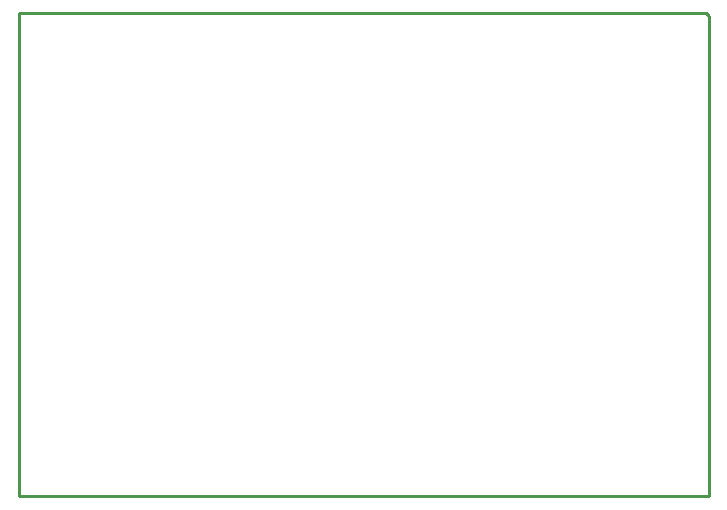
<source format=gbr>
G04 start of page 8 for group 6 idx 6 *
G04 Title: (unknown), outline *
G04 Creator: pcb-gtk 1.99z *
G04 CreationDate: Sat Jun  4 21:01:05 2016 UTC *
G04 For: khazakar *
G04 Format: Gerber/RS-274X *
G04 PCB-Dimensions (mm): 152.40 127.00 *
G04 PCB-Coordinate-Origin: lower left *
%MOMM*%
%FSLAX43Y43*%
%LNOUTLINE*%
%ADD77C,0.254*%
G54D77*X0Y127000D02*Y86106D01*
X58420D01*
Y126746D01*
X58166Y127000D01*
X0D01*
M02*

</source>
